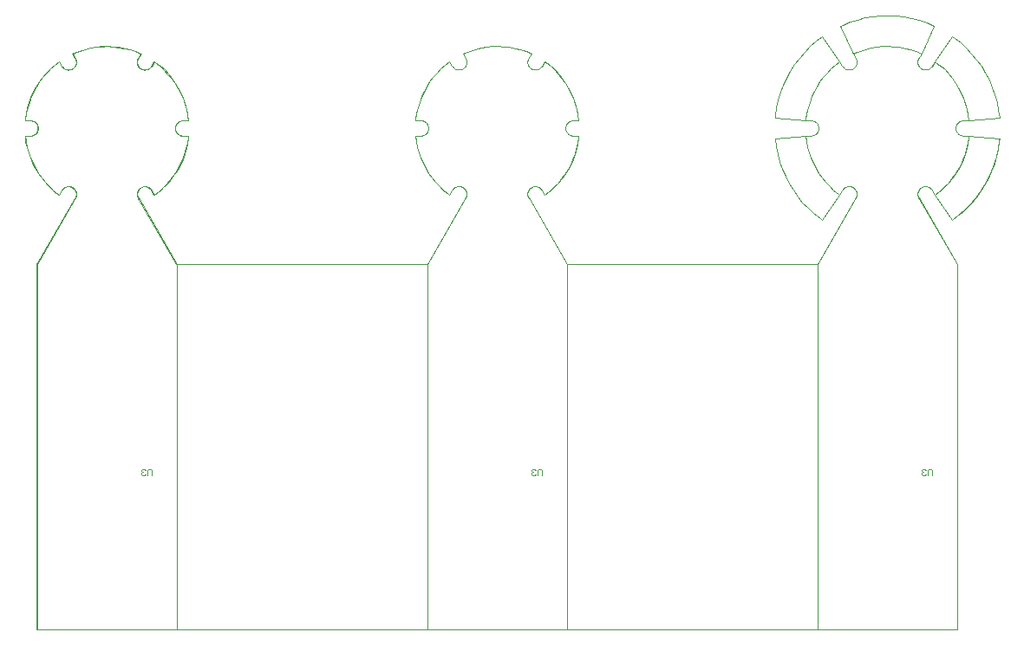
<source format=gm1>
%FSTAX23Y23*%
%MOIN*%
%SFA1B1*%

%IPPOS*%
%ADD10C,0.003937*%
%LNpcb4-1*%
%LPD*%
G54D10*
X07125Y06563D02*
D01*
X07097Y06575*
X07068Y06584*
X07039Y06592*
X07009Y06598*
X06979Y06601*
X06949Y06602*
X06919Y06602*
X06889Y06599*
X06859Y06594*
X0683Y06587*
X06801Y06578*
X06773Y06567*
X06764Y06563*
X06823Y05901D02*
D01*
X06824Y05902*
X06825Y05904*
X06826Y05906*
X06826Y05908*
X06827Y0591*
X06827Y05912*
X06827Y05914*
Y05916*
X06827Y05918*
X06827Y05921*
X06826Y05923*
X06826Y05925*
X06825Y05926*
X06824Y05928*
X06823Y0593*
X06822Y05932*
X06821Y05934*
X0682Y05935*
X06818Y05937*
X06817Y05938*
X06815Y05939*
X06813Y0594*
X06812Y05941*
X0681Y05942*
X06808Y05943*
X06806Y05944*
X06804Y05944*
X06802Y05945*
X068Y05945*
X06798Y05945*
X06796Y05945*
X06794Y05945*
X06792Y05944*
X0679Y05944*
X06788Y05943*
X06786Y05942*
X06784Y05941*
X06782Y0594*
X0678Y05939*
X06779Y05938*
X06777Y05937*
X06776Y05935*
X06774Y05934*
X06773Y05932*
X06772Y0593*
X06513Y06129D02*
D01*
X06517Y06099*
X06523Y06069*
X06531Y0604*
X06541Y06012*
X06553Y05984*
X06567Y05957*
X06583Y05931*
X066Y05906*
X06619Y05883*
X0664Y05861*
X06662Y05841*
X06686Y05822*
X06694Y05816*
X07195D02*
D01*
X07219Y05835*
X07242Y05855*
X07263Y05876*
X07283Y05899*
X07301Y05923*
X07317Y05949*
X07332Y05975*
X07344Y06003*
X07355Y06031*
X07363Y0606*
X0737Y0609*
X07375Y06119*
X07376Y06129*
X07238Y06199D02*
D01*
X07236Y06199*
X07234Y06199*
X07232Y06198*
X0723Y06198*
X07228Y06197*
X07226Y06196*
X07224Y06195*
X07222Y06194*
X0722Y06193*
X07219Y06192*
X07217Y06191*
X07216Y06189*
X07214Y06188*
X07213Y06186*
X07212Y06184*
X07211Y06182*
X0721Y0618*
X0721Y06179*
X07209Y06177*
X07209Y06175*
X07208Y06172*
X07208Y0617*
Y06168*
X07208Y06166*
X07209Y06164*
X07209Y06162*
X0721Y0616*
X0721Y06158*
X07211Y06156*
X07212Y06155*
X07213Y06153*
X07214Y06151*
X07216Y0615*
X07217Y06148*
X07219Y06147*
X0722Y06146*
X07222Y06144*
X07224Y06143*
X07226Y06142*
X07228Y06142*
X0723Y06141*
X07232Y06141*
X07234Y0614*
X07236Y0614*
X07238Y0614*
X07221Y05836D02*
D01*
X07243Y05856*
X07265Y05878*
X07284Y05901*
X07302Y05925*
X07318Y05951*
X07333Y05977*
X07345Y06005*
X07356Y06033*
X07364Y06062*
X0737Y06092*
X07375Y06122*
X07376Y06129*
X06694Y06523D02*
D01*
X0667Y06504*
X06647Y06484*
X06626Y06463*
X06606Y0644*
X06588Y06415*
X06572Y0639*
X06557Y06363*
X06545Y06336*
X06534Y06308*
X06525Y06279*
X06519Y06249*
X06514Y06219*
X06513Y0621*
X06651Y0614D02*
D01*
X06653Y0614*
X06655Y0614*
X06657Y06141*
X06659Y06141*
X06661Y06142*
X06663Y06142*
X06665Y06143*
X06667Y06144*
X06668Y06146*
X0667Y06147*
X06672Y06148*
X06673Y0615*
X06674Y06151*
X06676Y06153*
X06677Y06155*
X06678Y06156*
X06678Y06158*
X06679Y0616*
X0668Y06162*
X0668Y06164*
X0668Y06166*
X06681Y06168*
Y0617*
X0668Y06172*
X0668Y06175*
X0668Y06177*
X06679Y06179*
X06678Y0618*
X06678Y06182*
X06677Y06184*
X06676Y06186*
X06674Y06188*
X06673Y06189*
X06672Y06191*
X0667Y06192*
X06668Y06193*
X06667Y06194*
X06665Y06195*
X06663Y06196*
X06661Y06197*
X06659Y06198*
X06657Y06198*
X06655Y06199*
X06653Y06199*
X06651Y06199*
X06513Y06129D02*
D01*
X06517Y06099*
X06523Y06069*
X06531Y0604*
X06541Y06012*
X06553Y05984*
X06567Y05957*
X06583Y05931*
X066Y05906*
X06619Y05883*
X0664Y05861*
X06662Y05841*
X06668Y05836*
X06772Y06409D02*
D01*
X06773Y06407*
X06774Y06405*
X06776Y06404*
X06777Y06402*
X06779Y06401*
X0678Y064*
X06782Y06398*
X06784Y06397*
X06786Y06396*
X06788Y06396*
X0679Y06395*
X06792Y06395*
X06794Y06394*
X06796Y06394*
X06798Y06394*
X068Y06394*
X06802Y06394*
X06804Y06395*
X06806Y06395*
X06808Y06396*
X0681Y06396*
X06812Y06397*
X06813Y06398*
X06815Y064*
X06817Y06401*
X06818Y06402*
X0682Y06404*
X06821Y06405*
X06822Y06407*
X06823Y06409*
X06824Y0641*
X06825Y06412*
X06826Y06414*
X06826Y06416*
X06827Y06418*
X06827Y0642*
X06827Y06422*
Y06424*
X06827Y06427*
X06827Y06429*
X06826Y06431*
X06826Y06433*
X06825Y06434*
X06824Y06436*
X06823Y06438*
X07376Y0621D02*
D01*
X07372Y0624*
X07366Y0627*
X07358Y06299*
X07348Y06327*
X07336Y06355*
X07322Y06382*
X07306Y06408*
X07289Y06432*
X07269Y06456*
X07249Y06478*
X07226Y06498*
X07203Y06517*
X07195Y06523*
X07065Y06438D02*
D01*
X07064Y06436*
X07064Y06434*
X07063Y06433*
X07062Y06431*
X07062Y06429*
X07062Y06427*
X07062Y06424*
Y06422*
X07062Y0642*
X07062Y06418*
X07062Y06416*
X07063Y06414*
X07064Y06412*
X07064Y0641*
X07065Y06409*
X07067Y06407*
X07068Y06405*
X07069Y06404*
X07071Y06402*
X07072Y06401*
X07074Y064*
X07075Y06398*
X07077Y06397*
X07079Y06396*
X07081Y06396*
X07083Y06395*
X07085Y06395*
X07087Y06394*
X07089Y06394*
X07091Y06394*
X07093Y06394*
X07095Y06394*
X07097Y06395*
X07099Y06395*
X07101Y06396*
X07103Y06396*
X07105Y06397*
X07107Y06398*
X07108Y064*
X0711Y06401*
X07112Y06402*
X07113Y06404*
X07114Y06405*
X07116Y06407*
X07117Y06409*
Y0593D02*
D01*
X07116Y05932*
X07114Y05934*
X07113Y05935*
X07112Y05937*
X0711Y05938*
X07108Y05939*
X07107Y0594*
X07105Y05941*
X07103Y05942*
X07101Y05943*
X07099Y05944*
X07097Y05944*
X07095Y05945*
X07093Y05945*
X07091Y05945*
X07089Y05945*
X07087Y05945*
X07085Y05944*
X07083Y05944*
X07081Y05943*
X07079Y05942*
X07077Y05941*
X07075Y0594*
X07074Y05939*
X07072Y05938*
X07071Y05937*
X07069Y05935*
X07068Y05934*
X07067Y05932*
X07065Y0593*
X07064Y05928*
X07064Y05926*
X07063Y05925*
X07062Y05923*
X07062Y05921*
X07062Y05918*
X07062Y05916*
Y05914*
X07062Y05912*
X07062Y0591*
X07062Y05908*
X07063Y05906*
X07064Y05904*
X07064Y05902*
X07065Y05901*
X05617Y0593D02*
D01*
X05616Y05932*
X05615Y05933*
X05613Y05935*
X05612Y05937*
X0561Y05938*
X05609Y05939*
X05607Y0594*
X05605Y05941*
X05603Y05942*
X05601Y05943*
X05599Y05944*
X05597Y05944*
X05595Y05945*
X05593Y05945*
X05591Y05945*
X05589Y05945*
X05587Y05945*
X05585Y05944*
X05583Y05944*
X05581Y05943*
X05579Y05942*
X05577Y05941*
X05576Y0594*
X05574Y05939*
X05572Y05938*
X05571Y05937*
X05569Y05935*
X05568Y05933*
X05567Y05932*
X05566Y0593*
X05565Y05928*
X05564Y05926*
X05563Y05924*
X05563Y05922*
X05562Y0592*
X05562Y05918*
X05562Y05916*
Y05914*
X05562Y05912*
X05562Y0591*
X05563Y05908*
X05563Y05906*
X05564Y05904*
X05565Y05902*
X05566Y05901*
Y06438D02*
D01*
X05565Y06436*
X05564Y06434*
X05563Y06432*
X05563Y0643*
X05562Y06428*
X05562Y06426*
X05562Y06424*
Y06422*
X05562Y0642*
X05562Y06418*
X05563Y06416*
X05563Y06414*
X05564Y06412*
X05565Y0641*
X05566Y06409*
X05567Y06407*
X05568Y06405*
X05569Y06404*
X05571Y06402*
X05572Y06401*
X05574Y06399*
X05576Y06398*
X05577Y06397*
X05579Y06396*
X05581Y06396*
X05583Y06395*
X05585Y06394*
X05587Y06394*
X05589Y06394*
X05591Y06394*
X05593Y06394*
X05595Y06394*
X05597Y06394*
X05599Y06395*
X05601Y06396*
X05603Y06396*
X05605Y06397*
X05607Y06398*
X05609Y06399*
X0561Y06401*
X05612Y06402*
X05613Y06404*
X05615Y06405*
X05616Y06407*
X05617Y06409*
X05758Y06199D02*
D01*
X05755Y06221*
X05751Y06242*
X05745Y06263*
X05738Y06284*
X05729Y06304*
X05719Y06324*
X05708Y06343*
X05695Y0636*
X05681Y06377*
X05666Y06393*
X0565Y06408*
X05633Y06422*
X05627Y06426*
X05576Y06456D02*
D01*
X05556Y06464*
X05535Y06471*
X05513Y06477*
X05492Y06481*
X0547Y06483*
X05448Y06484*
X05426Y06484*
X05404Y06482*
X05383Y06478*
X05361Y06473*
X0534Y06466*
X0532Y06458*
X05313Y06456*
X05272Y06409D02*
D01*
X05274Y06407*
X05275Y06405*
X05276Y06404*
X05278Y06402*
X05279Y06401*
X05281Y06399*
X05282Y06398*
X05284Y06397*
X05286Y06396*
X05288Y06396*
X0529Y06395*
X05292Y06394*
X05294Y06394*
X05296Y06394*
X05298Y06394*
X053Y06394*
X05302Y06394*
X05304Y06394*
X05306Y06395*
X05308Y06396*
X0531Y06396*
X05312Y06397*
X05314Y06398*
X05315Y06399*
X05317Y06401*
X05319Y06402*
X0532Y06404*
X05321Y06405*
X05323Y06407*
X05324Y06409*
X05325Y0641*
X05325Y06412*
X05326Y06414*
X05327Y06416*
X05327Y06418*
X05327Y0642*
X05328Y06422*
Y06424*
X05327Y06426*
X05327Y06428*
X05327Y0643*
X05326Y06432*
X05325Y06434*
X05325Y06436*
X05324Y06438*
X05131Y0614D02*
D01*
X05134Y06118*
X05138Y06096*
X05144Y06075*
X05151Y06054*
X0516Y06034*
X0517Y06015*
X05182Y05996*
X05194Y05978*
X05208Y05961*
X05223Y05945*
X0524Y0593*
X05244Y05927*
X05151Y0614D02*
D01*
X05153Y0614*
X05155Y0614*
X05158Y0614*
X0516Y06141*
X05161Y06142*
X05163Y06142*
X05165Y06143*
X05167Y06144*
X05169Y06145*
X0517Y06147*
X05172Y06148*
X05173Y0615*
X05175Y06151*
X05176Y06153*
X05177Y06155*
X05178Y06156*
X05179Y06158*
X05179Y0616*
X0518Y06162*
X0518Y06164*
X05181Y06166*
X05181Y06168*
Y0617*
X05181Y06172*
X0518Y06174*
X0518Y06176*
X05179Y06178*
X05179Y0618*
X05178Y06182*
X05177Y06184*
X05176Y06186*
X05175Y06187*
X05173Y06189*
X05172Y06191*
X0517Y06192*
X05169Y06193*
X05167Y06194*
X05165Y06195*
X05163Y06196*
X05161Y06197*
X0516Y06198*
X05158Y06198*
X05155Y06199*
X05153Y06199*
X05151Y06199*
X05262Y06426D02*
D01*
X05245Y06413*
X05228Y06398*
X05213Y06383*
X05199Y06366*
X05185Y06348*
X05174Y0633*
X05163Y0631*
X05154Y0629*
X05146Y0627*
X0514Y06249*
X05135Y06227*
X05132Y06206*
X05131Y06199*
X05646Y05927D02*
D01*
X05662Y05942*
X05678Y05957*
X05692Y05974*
X05705Y05992*
X05717Y0601*
X05727Y0603*
X05736Y0605*
X05744Y0607*
X0575Y06091*
X05755Y06113*
X05758Y06135*
X05758Y0614*
X05738Y06199D02*
D01*
X05736Y06199*
X05734Y06199*
X05732Y06198*
X0573Y06198*
X05728Y06197*
X05726Y06196*
X05724Y06195*
X05722Y06194*
X05721Y06193*
X05719Y06192*
X05717Y06191*
X05716Y06189*
X05715Y06187*
X05714Y06186*
X05712Y06184*
X05711Y06182*
X05711Y0618*
X0571Y06178*
X05709Y06176*
X05709Y06174*
X05709Y06172*
X05708Y0617*
Y06168*
X05709Y06166*
X05709Y06164*
X05709Y06162*
X0571Y0616*
X05711Y06158*
X05711Y06156*
X05712Y06155*
X05714Y06153*
X05715Y06151*
X05716Y0615*
X05717Y06148*
X05719Y06147*
X05721Y06145*
X05722Y06144*
X05724Y06143*
X05726Y06142*
X05728Y06142*
X0573Y06141*
X05732Y0614*
X05734Y0614*
X05736Y0614*
X05738Y0614*
X05627Y05912D02*
D01*
X05645Y05926*
X05661Y0594*
X05676Y05956*
X05691Y05973*
X05704Y0599*
X05716Y06009*
X05726Y06028*
X05735Y06048*
X05743Y06069*
X05749Y0609*
X05754Y06111*
X05758Y06133*
X05758Y0614*
X05131D02*
D01*
X05134Y06118*
X05138Y06096*
X05144Y06075*
X05151Y06054*
X0516Y06034*
X0517Y06015*
X05182Y05996*
X05194Y05978*
X05208Y05961*
X05223Y05945*
X0524Y0593*
X05257Y05916*
X05262Y05912*
X05324Y05901D02*
D01*
X05325Y05902*
X05325Y05904*
X05326Y05906*
X05327Y05908*
X05327Y0591*
X05327Y05912*
X05328Y05914*
Y05916*
X05327Y05918*
X05327Y0592*
X05327Y05922*
X05326Y05924*
X05325Y05926*
X05325Y05928*
X05324Y0593*
X05323Y05932*
X05321Y05933*
X0532Y05935*
X05319Y05937*
X05317Y05938*
X05315Y05939*
X05314Y0594*
X05312Y05941*
X0531Y05942*
X05308Y05943*
X05306Y05944*
X05304Y05944*
X05302Y05945*
X053Y05945*
X05298Y05945*
X05296Y05945*
X05294Y05945*
X05292Y05944*
X0529Y05944*
X05288Y05943*
X05286Y05942*
X05284Y05941*
X05282Y0594*
X05281Y05939*
X05279Y05938*
X05278Y05937*
X05276Y05935*
X05275Y05933*
X05274Y05932*
X05272Y0593*
X07117Y0593D02*
D01*
X07116Y05932*
X07114Y05934*
X07113Y05935*
X07112Y05937*
X0711Y05938*
X07108Y05939*
X07107Y0594*
X07105Y05941*
X07103Y05942*
X07101Y05943*
X07099Y05944*
X07097Y05944*
X07095Y05945*
X07093Y05945*
X07091Y05945*
X07089Y05945*
X07087Y05945*
X07085Y05944*
X07083Y05944*
X07081Y05943*
X07079Y05942*
X07077Y05941*
X07075Y0594*
X07074Y05939*
X07072Y05938*
X07071Y05937*
X07069Y05935*
X07068Y05934*
X07067Y05932*
X07065Y0593*
X07064Y05928*
X07064Y05926*
X07063Y05925*
X07062Y05923*
X07062Y05921*
X07062Y05918*
X07062Y05916*
Y05914*
X07062Y05912*
X07062Y0591*
X07062Y05908*
X07063Y05906*
X07064Y05904*
X07064Y05902*
X07065Y05901*
Y06438D02*
D01*
X07064Y06436*
X07064Y06434*
X07063Y06433*
X07062Y06431*
X07062Y06429*
X07062Y06427*
X07062Y06424*
Y06422*
X07062Y0642*
X07062Y06418*
X07062Y06416*
X07063Y06414*
X07064Y06412*
X07064Y0641*
X07065Y06409*
X07067Y06407*
X07068Y06405*
X07069Y06404*
X07071Y06402*
X07072Y06401*
X07074Y064*
X07075Y06398*
X07077Y06397*
X07079Y06396*
X07081Y06396*
X07083Y06395*
X07085Y06395*
X07087Y06394*
X07089Y06394*
X07091Y06394*
X07093Y06394*
X07095Y06394*
X07097Y06395*
X07099Y06395*
X07101Y06396*
X07103Y06396*
X07105Y06397*
X07107Y06398*
X07108Y064*
X0711Y06401*
X07112Y06402*
X07113Y06404*
X07114Y06405*
X07116Y06407*
X07117Y06409*
X07117*
X07258Y06199D02*
D01*
X07255Y06221*
X07251Y06242*
X07245Y06263*
X07238Y06284*
X07229Y06304*
X07219Y06324*
X07207Y06343*
X07195Y06361*
X07181Y06378*
X07166Y06394*
X07149Y06408*
X07132Y06422*
X07127Y06426*
X07076Y06456D02*
D01*
X07055Y06464*
X07034Y06471*
X07013Y06477*
X06992Y06481*
X0697Y06483*
X06948Y06484*
X06926Y06484*
X06904Y06482*
X06882Y06478*
X06861Y06473*
X0684Y06467*
X06819Y06459*
X06813Y06456*
X06772Y06409D02*
D01*
X06773Y06407*
X06774Y06405*
X06776Y06404*
X06777Y06402*
X06779Y06401*
X0678Y064*
X06782Y06398*
X06784Y06397*
X06786Y06396*
X06788Y06396*
X0679Y06395*
X06792Y06395*
X06794Y06394*
X06796Y06394*
X06798Y06394*
X068Y06394*
X06802Y06394*
X06804Y06395*
X06806Y06395*
X06808Y06396*
X0681Y06396*
X06812Y06397*
X06813Y06398*
X06815Y064*
X06817Y06401*
X06818Y06402*
X0682Y06404*
X06821Y06405*
X06822Y06407*
X06823Y06409*
X06824Y0641*
X06825Y06412*
X06826Y06414*
X06826Y06416*
X06827Y06418*
X06827Y0642*
X06827Y06422*
Y06424*
X06827Y06427*
X06827Y06429*
X06826Y06431*
X06826Y06433*
X06825Y06434*
X06824Y06436*
X06823Y06438*
X06631Y0614D02*
D01*
X06634Y06118*
X06638Y06097*
X06644Y06075*
X06651Y06055*
X0666Y06034*
X0667Y06015*
X06681Y05996*
X06694Y05978*
X06708Y05961*
X06723Y05945*
X06739Y0593*
X06743Y05927*
X06651Y0614D02*
D01*
X06653Y0614*
X06655Y0614*
X06657Y06141*
X06659Y06141*
X06661Y06142*
X06663Y06142*
X06665Y06143*
X06667Y06144*
X06668Y06146*
X0667Y06147*
X06672Y06148*
X06673Y0615*
X06674Y06151*
X06676Y06153*
X06677Y06155*
X06678Y06156*
X06678Y06158*
X06679Y0616*
X0668Y06162*
X0668Y06164*
X0668Y06166*
X06681Y06168*
Y0617*
X0668Y06172*
X0668Y06175*
X0668Y06177*
X06679Y06179*
X06678Y0618*
X06678Y06182*
X06677Y06184*
X06676Y06186*
X06674Y06188*
X06673Y06189*
X06672Y06191*
X0667Y06192*
X06668Y06193*
X06667Y06194*
X06665Y06195*
X06663Y06196*
X06661Y06197*
X06659Y06198*
X06657Y06198*
X06655Y06199*
X06653Y06199*
X06651Y06199*
X06762Y06426D02*
D01*
X06745Y06413*
X06728Y06398*
X06713Y06383*
X06698Y06366*
X06685Y06348*
X06673Y0633*
X06663Y06311*
X06654Y06291*
X06646Y0627*
X0664Y06249*
X06635Y06227*
X06632Y06206*
X06631Y06199*
X07145Y05927D02*
D01*
X07162Y05942*
X07177Y05957*
X07191Y05974*
X07205Y05992*
X07216Y0601*
X07227Y0603*
X07236Y0605*
X07243Y0607*
X0725Y06092*
X07254Y06113*
X07257Y06135*
X07258Y0614*
X07238Y06199D02*
D01*
X07236Y06199*
X07234Y06199*
X07232Y06198*
X0723Y06198*
X07228Y06197*
X07226Y06196*
X07224Y06195*
X07222Y06194*
X0722Y06193*
X07219Y06192*
X07217Y06191*
X07216Y06189*
X07214Y06188*
X07213Y06186*
X07212Y06184*
X07211Y06182*
X0721Y0618*
X0721Y06179*
X07209Y06177*
X07209Y06175*
X07208Y06172*
X07208Y0617*
Y06168*
X07208Y06166*
X07209Y06164*
X07209Y06162*
X0721Y0616*
X0721Y06158*
X07211Y06156*
X07212Y06155*
X07213Y06153*
X07214Y06151*
X07216Y0615*
X07217Y06148*
X07219Y06147*
X0722Y06146*
X07222Y06144*
X07224Y06143*
X07226Y06142*
X07228Y06142*
X0723Y06141*
X07232Y06141*
X07234Y0614*
X07236Y0614*
X07238Y0614*
X07127Y05913D02*
D01*
X07144Y05926*
X07161Y0594*
X07176Y05956*
X0719Y05973*
X07204Y0599*
X07215Y06009*
X07226Y06028*
X07235Y06048*
X07243Y06069*
X07249Y0609*
X07254Y06111*
X07257Y06133*
X07258Y0614*
X06631D02*
D01*
X06634Y06118*
X06638Y06097*
X06644Y06075*
X06651Y06055*
X0666Y06034*
X0667Y06015*
X06681Y05996*
X06694Y05978*
X06708Y05961*
X06723Y05945*
X06739Y0593*
X06757Y05917*
X06762Y05913*
X06823Y05901D02*
D01*
X06824Y05902*
X06825Y05904*
X06826Y05906*
X06826Y05908*
X06827Y0591*
X06827Y05912*
X06827Y05914*
Y05916*
X06827Y05918*
X06827Y05921*
X06826Y05923*
X06826Y05925*
X06825Y05926*
X06824Y05928*
X06823Y0593*
X06822Y05932*
X06821Y05934*
X0682Y05935*
X06818Y05937*
X06817Y05938*
X06815Y05939*
X06813Y0594*
X06812Y05941*
X0681Y05942*
X06808Y05943*
X06806Y05944*
X06804Y05944*
X06802Y05945*
X068Y05945*
X06798Y05945*
X06796Y05945*
X06794Y05945*
X06792Y05944*
X0679Y05944*
X06788Y05943*
X06786Y05942*
X06784Y05941*
X06782Y0594*
X0678Y05939*
X06779Y05938*
X06777Y05937*
X06776Y05935*
X06774Y05934*
X06773Y05932*
X06772Y0593*
X06772*
X05617Y0593D02*
D01*
X05616Y05932*
X05615Y05933*
X05613Y05935*
X05612Y05937*
X0561Y05938*
X05609Y05939*
X05607Y0594*
X05605Y05941*
X05603Y05942*
X05601Y05943*
X05599Y05944*
X05597Y05944*
X05595Y05945*
X05593Y05945*
X05591Y05945*
X05589Y05945*
X05587Y05945*
X05585Y05944*
X05583Y05944*
X05581Y05943*
X05579Y05942*
X05577Y05941*
X05576Y0594*
X05574Y05939*
X05572Y05938*
X05571Y05937*
X05569Y05935*
X05568Y05933*
X05567Y05932*
X05566Y0593*
X05565Y05928*
X05564Y05926*
X05563Y05924*
X05563Y05922*
X05562Y0592*
X05562Y05918*
X05562Y05916*
Y05914*
X05562Y05912*
X05562Y0591*
X05563Y05908*
X05563Y05906*
X05564Y05904*
X05565Y05902*
X05566Y05901*
Y06438D02*
D01*
X05565Y06436*
X05564Y06434*
X05563Y06432*
X05563Y0643*
X05562Y06428*
X05562Y06426*
X05562Y06424*
Y06422*
X05562Y0642*
X05562Y06418*
X05563Y06416*
X05563Y06414*
X05564Y06412*
X05565Y0641*
X05566Y06409*
X05567Y06407*
X05568Y06405*
X05569Y06404*
X05571Y06402*
X05572Y06401*
X05574Y06399*
X05576Y06398*
X05577Y06397*
X05579Y06396*
X05581Y06396*
X05583Y06395*
X05585Y06394*
X05587Y06394*
X05589Y06394*
X05591Y06394*
X05593Y06394*
X05595Y06394*
X05597Y06394*
X05599Y06395*
X05601Y06396*
X05603Y06396*
X05605Y06397*
X05607Y06398*
X05609Y06399*
X0561Y06401*
X05612Y06402*
X05613Y06404*
X05615Y06405*
X05616Y06407*
X05617Y06409*
X05758Y06199D02*
D01*
X05755Y06221*
X05751Y06242*
X05745Y06263*
X05738Y06284*
X05729Y06304*
X05719Y06324*
X05708Y06343*
X05695Y0636*
X05681Y06377*
X05666Y06393*
X0565Y06408*
X05633Y06422*
X05627Y06426*
X05576Y06456D02*
D01*
X05556Y06464*
X05535Y06471*
X05513Y06477*
X05492Y06481*
X0547Y06483*
X05448Y06484*
X05426Y06484*
X05404Y06482*
X05383Y06478*
X05361Y06473*
X0534Y06466*
X0532Y06458*
X05313Y06456*
X05272Y06409D02*
D01*
X05274Y06407*
X05275Y06405*
X05276Y06404*
X05278Y06402*
X05279Y06401*
X05281Y06399*
X05282Y06398*
X05284Y06397*
X05286Y06396*
X05288Y06396*
X0529Y06395*
X05292Y06394*
X05294Y06394*
X05296Y06394*
X05298Y06394*
X053Y06394*
X05302Y06394*
X05304Y06394*
X05306Y06395*
X05308Y06396*
X0531Y06396*
X05312Y06397*
X05314Y06398*
X05315Y06399*
X05317Y06401*
X05319Y06402*
X0532Y06404*
X05321Y06405*
X05323Y06407*
X05324Y06409*
X05325Y0641*
X05325Y06412*
X05326Y06414*
X05327Y06416*
X05327Y06418*
X05327Y0642*
X05328Y06422*
Y06424*
X05327Y06426*
X05327Y06428*
X05327Y0643*
X05326Y06432*
X05325Y06434*
X05325Y06436*
X05324Y06438*
X05131Y0614D02*
D01*
X05134Y06118*
X05138Y06096*
X05144Y06075*
X05151Y06054*
X0516Y06034*
X0517Y06015*
X05182Y05996*
X05194Y05978*
X05208Y05961*
X05223Y05945*
X0524Y0593*
X05244Y05927*
X05151Y0614D02*
D01*
X05153Y0614*
X05155Y0614*
X05158Y0614*
X0516Y06141*
X05161Y06142*
X05163Y06142*
X05165Y06143*
X05167Y06144*
X05169Y06145*
X0517Y06147*
X05172Y06148*
X05173Y0615*
X05175Y06151*
X05176Y06153*
X05177Y06155*
X05178Y06156*
X05179Y06158*
X05179Y0616*
X0518Y06162*
X0518Y06164*
X05181Y06166*
X05181Y06168*
Y0617*
X05181Y06172*
X0518Y06174*
X0518Y06176*
X05179Y06178*
X05179Y0618*
X05178Y06182*
X05177Y06184*
X05176Y06186*
X05175Y06187*
X05173Y06189*
X05172Y06191*
X0517Y06192*
X05169Y06193*
X05167Y06194*
X05165Y06195*
X05163Y06196*
X05161Y06197*
X0516Y06198*
X05158Y06198*
X05155Y06199*
X05153Y06199*
X05151Y06199*
X05262Y06426D02*
D01*
X05245Y06413*
X05228Y06398*
X05213Y06383*
X05199Y06366*
X05185Y06348*
X05174Y0633*
X05163Y0631*
X05154Y0629*
X05146Y0627*
X0514Y06249*
X05135Y06227*
X05132Y06206*
X05131Y06199*
X05646Y05927D02*
D01*
X05662Y05942*
X05678Y05957*
X05692Y05974*
X05705Y05992*
X05717Y0601*
X05727Y0603*
X05736Y0605*
X05744Y0607*
X0575Y06091*
X05755Y06113*
X05758Y06135*
X05758Y0614*
X05738Y06199D02*
D01*
X05736Y06199*
X05734Y06199*
X05732Y06198*
X0573Y06198*
X05728Y06197*
X05726Y06196*
X05724Y06195*
X05722Y06194*
X05721Y06193*
X05719Y06192*
X05717Y06191*
X05716Y06189*
X05715Y06187*
X05714Y06186*
X05712Y06184*
X05711Y06182*
X05711Y0618*
X0571Y06178*
X05709Y06176*
X05709Y06174*
X05709Y06172*
X05708Y0617*
Y06168*
X05709Y06166*
X05709Y06164*
X05709Y06162*
X0571Y0616*
X05711Y06158*
X05711Y06156*
X05712Y06155*
X05714Y06153*
X05715Y06151*
X05716Y0615*
X05717Y06148*
X05719Y06147*
X05721Y06145*
X05722Y06144*
X05724Y06143*
X05726Y06142*
X05728Y06142*
X0573Y06141*
X05732Y0614*
X05734Y0614*
X05736Y0614*
X05738Y0614*
X05627Y05912D02*
D01*
X05645Y05926*
X05661Y0594*
X05676Y05956*
X05691Y05973*
X05704Y0599*
X05716Y06009*
X05726Y06028*
X05735Y06048*
X05743Y06069*
X05749Y0609*
X05754Y06111*
X05758Y06133*
X05758Y0614*
X05131D02*
D01*
X05134Y06118*
X05138Y06096*
X05144Y06075*
X05151Y06054*
X0516Y06034*
X0517Y06015*
X05182Y05996*
X05194Y05978*
X05208Y05961*
X05223Y05945*
X0524Y0593*
X05257Y05916*
X05262Y05912*
X05324Y05901D02*
D01*
X05325Y05902*
X05325Y05904*
X05326Y05906*
X05327Y05908*
X05327Y0591*
X05327Y05912*
X05328Y05914*
Y05916*
X05327Y05918*
X05327Y0592*
X05327Y05922*
X05326Y05924*
X05325Y05926*
X05325Y05928*
X05324Y0593*
X05323Y05932*
X05321Y05933*
X0532Y05935*
X05319Y05937*
X05317Y05938*
X05315Y05939*
X05314Y0594*
X05312Y05941*
X0531Y05942*
X05308Y05943*
X05306Y05944*
X05304Y05944*
X05302Y05945*
X053Y05945*
X05298Y05945*
X05296Y05945*
X05294Y05945*
X05292Y05944*
X0529Y05944*
X05288Y05943*
X05286Y05942*
X05284Y05941*
X05282Y0594*
X05281Y05939*
X05279Y05938*
X05278Y05937*
X05276Y05935*
X05275Y05933*
X05274Y05932*
X05272Y0593*
X03822Y059D02*
D01*
X03823Y05902*
X03824Y05904*
X03825Y05906*
X03825Y05908*
X03826Y0591*
X03826Y05912*
X03826Y05914*
Y05916*
X03826Y05918*
X03826Y0592*
X03825Y05922*
X03825Y05924*
X03824Y05926*
X03823Y05928*
X03822Y0593*
X03821Y05931*
X0382Y05933*
X03818Y05935*
X03817Y05936*
X03815Y05937*
X03814Y05939*
X03812Y0594*
X0381Y05941*
X03808Y05942*
X03807Y05943*
X03805Y05943*
X03803Y05944*
X03801Y05944*
X03799Y05944*
X03796Y05944*
X03794Y05944*
X03792Y05944*
X0379Y05944*
X03788Y05943*
X03786Y05943*
X03784Y05942*
X03783Y05941*
X03781Y0594*
X03779Y05939*
X03777Y05937*
X03776Y05936*
X03775Y05935*
X03773Y05933*
X03772Y05931*
X03771Y0593*
X0363Y06139D02*
D01*
X03632Y06117*
X03637Y06096*
X03643Y06075*
X0365Y06054*
X03659Y06034*
X03669Y06014*
X0368Y05996*
X03693Y05978*
X03707Y05961*
X03722Y05945*
X03738Y0593*
X03755Y05916*
X03761Y05912*
X04125D02*
D01*
X04143Y05925*
X04159Y0594*
X04175Y05956*
X04189Y05972*
X04202Y0599*
X04214Y06008*
X04225Y06028*
X04234Y06048*
X04242Y06068*
X04248Y06089*
X04253Y06111*
X04256Y06133*
X04257Y06139*
X04236Y06198D02*
D01*
X04234Y06198*
X04232Y06198*
X0423Y06198*
X04228Y06197*
X04226Y06197*
X04224Y06196*
X04223Y06195*
X04221Y06194*
X04219Y06193*
X04217Y06191*
X04216Y0619*
X04214Y06189*
X04213Y06187*
X04212Y06185*
X04211Y06184*
X0421Y06182*
X04209Y0618*
X04208Y06178*
X04208Y06176*
X04207Y06174*
X04207Y06172*
X04207Y0617*
Y06168*
X04207Y06166*
X04207Y06164*
X04208Y06162*
X04208Y0616*
X04209Y06158*
X0421Y06156*
X04211Y06154*
X04212Y06152*
X04213Y06151*
X04214Y06149*
X04216Y06148*
X04217Y06146*
X04219Y06145*
X04221Y06144*
X04223Y06143*
X04224Y06142*
X04226Y06141*
X04228Y0614*
X0423Y0614*
X04232Y0614*
X04234Y06139*
X04236Y06139*
X04144Y05926D02*
D01*
X04161Y05941*
X04176Y05957*
X0419Y05974*
X04203Y05991*
X04215Y0601*
X04225Y06029*
X04234Y06049*
X04242Y0607*
X04248Y06091*
X04253Y06112*
X04256Y06134*
X04257Y06139*
X03761Y06426D02*
D01*
X03743Y06412*
X03727Y06398*
X03711Y06382*
X03697Y06365*
X03684Y06348*
X03672Y06329*
X03662Y0631*
X03652Y0629*
X03645Y06269*
X03638Y06248*
X03634Y06227*
X0363Y06205*
X0363Y06198*
X0365Y06139D02*
D01*
X03652Y06139*
X03654Y0614*
X03656Y0614*
X03658Y0614*
X0366Y06141*
X03662Y06142*
X03664Y06143*
X03665Y06144*
X03667Y06145*
X03669Y06146*
X0367Y06148*
X03672Y06149*
X03673Y06151*
X03674Y06152*
X03675Y06154*
X03676Y06156*
X03677Y06158*
X03678Y0616*
X03678Y06162*
X03679Y06164*
X03679Y06166*
X03679Y06168*
Y0617*
X03679Y06172*
X03679Y06174*
X03678Y06176*
X03678Y06178*
X03677Y0618*
X03676Y06182*
X03675Y06184*
X03674Y06185*
X03673Y06187*
X03672Y06189*
X0367Y0619*
X03669Y06191*
X03667Y06193*
X03665Y06194*
X03664Y06195*
X03662Y06196*
X0366Y06197*
X03658Y06197*
X03656Y06198*
X03654Y06198*
X03652Y06198*
X0365Y06198*
X0363Y06139D02*
D01*
X03632Y06117*
X03637Y06096*
X03643Y06075*
X0365Y06054*
X03659Y06034*
X03669Y06014*
X0368Y05996*
X03693Y05978*
X03707Y05961*
X03722Y05945*
X03738Y0593*
X03742Y05926*
X03771Y06408D02*
D01*
X03772Y06406*
X03773Y06405*
X03775Y06403*
X03776Y06402*
X03777Y064*
X03779Y06399*
X03781Y06398*
X03783Y06397*
X03784Y06396*
X03786Y06395*
X03788Y06394*
X0379Y06394*
X03792Y06394*
X03794Y06393*
X03796Y06393*
X03799Y06393*
X03801Y06394*
X03803Y06394*
X03805Y06394*
X03807Y06395*
X03808Y06396*
X0381Y06397*
X03812Y06398*
X03814Y06399*
X03815Y064*
X03817Y06402*
X03818Y06403*
X0382Y06405*
X03821Y06406*
X03822Y06408*
X03823Y0641*
X03824Y06412*
X03825Y06414*
X03825Y06416*
X03826Y06418*
X03826Y0642*
X03826Y06422*
Y06424*
X03826Y06426*
X03826Y06428*
X03825Y0643*
X03825Y06432*
X03824Y06434*
X03823Y06436*
X03822Y06438*
X04074Y06455D02*
D01*
X04054Y06464*
X04033Y06471*
X04012Y06476*
X0399Y0648*
X03968Y06483*
X03947Y06484*
X03925Y06483*
X03903Y06481*
X03881Y06478*
X0386Y06473*
X03839Y06466*
X03818Y06458*
X03812Y06455*
X04257Y06198D02*
D01*
X04254Y0622*
X0425Y06242*
X04244Y06263*
X04236Y06284*
X04228Y06304*
X04218Y06323*
X04206Y06342*
X04193Y0636*
X04179Y06377*
X04164Y06393*
X04148Y06408*
X04131Y06422*
X04125Y06426*
X04064Y06438D02*
D01*
X04063Y06436*
X04062Y06434*
X04062Y06432*
X04061Y0643*
X04061Y06428*
X0406Y06426*
X0406Y06424*
Y06422*
X0406Y0642*
X04061Y06418*
X04061Y06416*
X04062Y06414*
X04062Y06412*
X04063Y0641*
X04064Y06408*
X04065Y06406*
X04067Y06405*
X04068Y06403*
X04069Y06402*
X04071Y064*
X04072Y06399*
X04074Y06398*
X04076Y06397*
X04078Y06396*
X0408Y06395*
X04082Y06394*
X04084Y06394*
X04086Y06394*
X04088Y06393*
X0409Y06393*
X04092Y06393*
X04094Y06394*
X04096Y06394*
X04098Y06394*
X041Y06395*
X04102Y06396*
X04104Y06397*
X04105Y06398*
X04107Y06399*
X04109Y064*
X0411Y06402*
X04112Y06403*
X04113Y06405*
X04114Y06406*
X04115Y06408*
Y0593D02*
D01*
X04114Y05931*
X04113Y05933*
X04112Y05935*
X0411Y05936*
X04109Y05937*
X04107Y05939*
X04105Y0594*
X04104Y05941*
X04102Y05942*
X041Y05943*
X04098Y05943*
X04096Y05944*
X04094Y05944*
X04092Y05944*
X0409Y05944*
X04088Y05944*
X04086Y05944*
X04084Y05944*
X04082Y05943*
X0408Y05943*
X04078Y05942*
X04076Y05941*
X04074Y0594*
X04072Y05939*
X04071Y05937*
X04069Y05936*
X04068Y05935*
X04067Y05933*
X04065Y05931*
X04064Y0593*
X04063Y05928*
X04062Y05926*
X04062Y05924*
X04061Y05922*
X04061Y0592*
X0406Y05918*
X0406Y05916*
Y05914*
X0406Y05912*
X04061Y0591*
X04061Y05908*
X04062Y05906*
X04062Y05904*
X04063Y05902*
X04064Y059*
X05713Y05645D02*
X06677D01*
X05713Y0424D02*
X06677D01*
X04212Y0424D02*
X05176D01*
X04212Y05645D02*
X05176D01*
X06694Y05816D02*
X06762Y05913D01*
X07127D02*
X07195Y05816D01*
X07258Y0614D02*
X07376Y06129D01*
X07258Y06199D02*
X07376Y0621D01*
X07127Y06426D02*
X07195Y06523D01*
X07076Y06456D02*
X07125Y06563D01*
X06764D02*
X06813Y06456D01*
X06694Y06523D02*
X06762Y06426D01*
X06513Y0621D02*
X06631Y06199D01*
X06513Y06129D02*
X06631Y0614D01*
X06762Y05913D02*
X06772Y0593D01*
X07238Y0614D02*
X07258D01*
X06631D02*
X06651D01*
X07238Y06199D02*
X07258D01*
X07238Y0614D02*
X07258D01*
X06631Y06199D02*
X06651D01*
X06631Y0614D02*
X06651D01*
X06762Y06426D02*
X06772Y06409D01*
X06813Y06456D02*
X06823Y06438D01*
X07115Y06407D02*
X07127Y06426D01*
X07065Y06437D02*
X07076Y06456D01*
X07117Y0593D02*
X07127Y05913D01*
X05617Y0593D02*
X05627Y05912D01*
X05565Y06437D02*
X05576Y06456D01*
X05616Y06406D02*
X05627Y06426D01*
X05313Y06456D02*
X05324Y06438D01*
X05262Y06426D02*
X05272Y06409D01*
X05131Y0614D02*
X05151D01*
X05131Y06199D02*
X05151D01*
X05738Y0614D02*
X05758D01*
X05738Y06199D02*
X05758D01*
X05131Y0614D02*
X05151D01*
X05738D02*
X05758D01*
X05262Y05912D02*
X05272Y0593D01*
X06676Y0424D02*
X07213D01*
Y05645D02*
Y0424D01*
X07065Y05901D02*
X07213Y05645D01*
X07117Y0593D02*
X07127Y05913D01*
X07065Y06437D02*
X07076Y06456D01*
X07115Y06407D02*
X07127Y06426D01*
X06813Y06456D02*
X06823Y06438D01*
X06762Y06426D02*
X06772Y06409D01*
X06631Y0614D02*
X06651D01*
X06631Y06199D02*
X06651D01*
X07238Y0614D02*
X07258D01*
X07238Y06199D02*
X07258D01*
X06631Y0614D02*
X06651D01*
X07238D02*
X07258D01*
X06762Y05913D02*
X06772Y0593D01*
X06676Y05645D02*
X06823Y05901D01*
X05176Y0424D02*
X05713D01*
X05566Y05901D02*
X05713Y05645D01*
X05617Y0593D02*
X05627Y05912D01*
X05565Y06437D02*
X05576Y06456D01*
X05616Y06406D02*
X05627Y06426D01*
X05313Y06456D02*
X05324Y06438D01*
X05262Y06426D02*
X05272Y06409D01*
X05131Y0614D02*
X05151D01*
X05131Y06199D02*
X05151D01*
X05738Y0614D02*
X05758D01*
X05738Y06199D02*
X05758D01*
X05131Y0614D02*
X05151D01*
X05738D02*
X05758D01*
X05262Y05912D02*
X05272Y0593D01*
X05176Y05645D02*
X05324Y05901D01*
X03675Y05645D02*
X03822Y059D01*
X03761Y05912D02*
X03771Y0593D01*
X04236Y06139D02*
X04257D01*
X0363D02*
X0365D01*
X04236Y06198D02*
X04257D01*
X04236Y06139D02*
X04257D01*
X0363Y06198D02*
X0365D01*
X0363Y06139D02*
X0365D01*
X03761Y06426D02*
X03771Y06408D01*
X03812Y06455D02*
X03822Y06438D01*
X04114Y06406D02*
X04125Y06426D01*
X04063Y06436D02*
X04074Y06455D01*
X03675Y05645D02*
Y0424D01*
X04115Y0593D02*
X04125Y05912D01*
X04064Y059D02*
X04212Y05645D01*
X03675Y0424D02*
X04212D01*
X04117Y0593D02*
D01*
X04116Y05932*
X04114Y05934*
X04113Y05935*
X04112Y05937*
X0411Y05938*
X04109Y05939*
X04107Y05941*
X04105Y05942*
X04103Y05942*
X04101Y05943*
X04099Y05944*
X04097Y05944*
X04095Y05945*
X04093Y05945*
X04091Y05945*
X04089Y05945*
X04087Y05945*
X04085Y05944*
X04083Y05944*
X04081Y05943*
X04079Y05942*
X04077Y05942*
X04076Y05941*
X04074Y05939*
X04072Y05938*
X04071Y05937*
X04069Y05935*
X04068Y05934*
X04067Y05932*
X04066Y0593*
X04065Y05928*
X04064Y05927*
X04063Y05925*
X04063Y05923*
X04062Y05921*
X04062Y05919*
X04062Y05917*
Y05914*
X04062Y05912*
X04062Y0591*
X04063Y05908*
X04063Y05906*
X04064Y05904*
X04065Y05903*
X04066Y05901*
Y06438D02*
D01*
X04065Y06436*
X04064Y06435*
X04063Y06433*
X04063Y06431*
X04062Y06429*
X04062Y06427*
X04062Y06425*
Y06422*
X04062Y0642*
X04062Y06418*
X04063Y06416*
X04063Y06414*
X04064Y06412*
X04065Y06411*
X04066Y06409*
X04067Y06407*
X04068Y06405*
X04069Y06404*
X04071Y06402*
X04072Y06401*
X04074Y064*
X04076Y06398*
X04077Y06397*
X04079Y06397*
X04081Y06396*
X04083Y06395*
X04085Y06395*
X04087Y06394*
X04089Y06394*
X04091Y06394*
X04093Y06394*
X04095Y06394*
X04097Y06395*
X04099Y06395*
X04101Y06396*
X04103Y06397*
X04105Y06397*
X04107Y06398*
X04109Y064*
X0411Y06401*
X04112Y06402*
X04113Y06404*
X04114Y06405*
X04116Y06407*
X04117Y06409*
X04258Y06199D02*
D01*
X04255Y06221*
X04251Y06242*
X04245Y06264*
X04238Y06284*
X04229Y06304*
X04219Y06324*
X04208Y06343*
X04195Y06361*
X04181Y06378*
X04166Y06394*
X0415Y06409*
X04132Y06422*
X04127Y06426*
X04076Y06456D02*
D01*
X04055Y06464*
X04035Y06471*
X04013Y06477*
X03992Y06481*
X0397Y06483*
X03948Y06484*
X03926Y06484*
X03904Y06482*
X03882Y06478*
X03861Y06473*
X0384Y06467*
X0382Y06459*
X03813Y06456*
X03772Y06409D02*
D01*
X03773Y06407*
X03775Y06405*
X03776Y06404*
X03777Y06402*
X03779Y06401*
X0378Y064*
X03782Y06398*
X03784Y06397*
X03786Y06397*
X03788Y06396*
X0379Y06395*
X03792Y06395*
X03794Y06394*
X03796Y06394*
X03798Y06394*
X038Y06394*
X03802Y06394*
X03804Y06395*
X03806Y06395*
X03808Y06396*
X0381Y06397*
X03812Y06397*
X03813Y06398*
X03815Y064*
X03817Y06401*
X03818Y06402*
X0382Y06404*
X03821Y06405*
X03822Y06407*
X03823Y06409*
X03824Y06411*
X03825Y06412*
X03826Y06414*
X03826Y06416*
X03827Y06418*
X03827Y0642*
X03827Y06422*
Y06425*
X03827Y06427*
X03827Y06429*
X03826Y06431*
X03826Y06433*
X03825Y06435*
X03824Y06436*
X03823Y06438*
X03631Y0614D02*
D01*
X03634Y06118*
X03638Y06097*
X03644Y06075*
X03651Y06055*
X0366Y06035*
X0367Y06015*
X03681Y05996*
X03694Y05978*
X03708Y05961*
X03723Y05945*
X03739Y0593*
X03743Y05927*
X03651Y0614D02*
D01*
X03653Y0614*
X03655Y0614*
X03657Y06141*
X03659Y06141*
X03661Y06142*
X03663Y06143*
X03665Y06143*
X03667Y06144*
X03669Y06146*
X0367Y06147*
X03672Y06148*
X03673Y0615*
X03674Y06151*
X03676Y06153*
X03677Y06155*
X03678Y06157*
X03679Y06158*
X03679Y0616*
X0368Y06162*
X0368Y06164*
X03681Y06166*
X03681Y06168*
Y06171*
X03681Y06173*
X0368Y06175*
X0368Y06177*
X03679Y06179*
X03679Y06181*
X03678Y06182*
X03677Y06184*
X03676Y06186*
X03674Y06188*
X03673Y06189*
X03672Y06191*
X0367Y06192*
X03669Y06193*
X03667Y06195*
X03665Y06196*
X03663Y06196*
X03661Y06197*
X03659Y06198*
X03657Y06198*
X03655Y06199*
X03653Y06199*
X03651Y06199*
X03762Y06426D02*
D01*
X03745Y06413*
X03728Y06398*
X03713Y06383*
X03698Y06366*
X03685Y06348*
X03673Y0633*
X03663Y06311*
X03654Y06291*
X03646Y0627*
X0364Y06249*
X03635Y06228*
X03632Y06206*
X03631Y06199*
X04146Y05927D02*
D01*
X04162Y05942*
X04177Y05957*
X04192Y05974*
X04205Y05992*
X04216Y06011*
X04227Y0603*
X04236Y0605*
X04244Y06071*
X0425Y06092*
X04254Y06113*
X04258Y06135*
X04258Y0614*
X04238Y06199D02*
D01*
X04236Y06199*
X04234Y06199*
X04232Y06198*
X0423Y06198*
X04228Y06197*
X04226Y06196*
X04224Y06196*
X04222Y06195*
X0422Y06193*
X04219Y06192*
X04217Y06191*
X04216Y06189*
X04215Y06188*
X04213Y06186*
X04212Y06184*
X04211Y06182*
X0421Y06181*
X0421Y06179*
X04209Y06177*
X04209Y06175*
X04208Y06173*
X04208Y06171*
Y06168*
X04208Y06166*
X04209Y06164*
X04209Y06162*
X0421Y0616*
X0421Y06158*
X04211Y06157*
X04212Y06155*
X04213Y06153*
X04215Y06151*
X04216Y0615*
X04217Y06148*
X04219Y06147*
X0422Y06146*
X04222Y06144*
X04224Y06143*
X04226Y06143*
X04228Y06142*
X0423Y06141*
X04232Y06141*
X04234Y0614*
X04236Y0614*
X04238Y0614*
X04127Y05913D02*
D01*
X04144Y05926*
X04161Y05941*
X04176Y05956*
X04191Y05973*
X04204Y05991*
X04216Y06009*
X04226Y06028*
X04235Y06048*
X04243Y06069*
X04249Y0609*
X04254Y06111*
X04257Y06133*
X04258Y0614*
X03631D02*
D01*
X03634Y06118*
X03638Y06097*
X03644Y06075*
X03651Y06055*
X0366Y06035*
X0367Y06015*
X03681Y05996*
X03694Y05978*
X03708Y05961*
X03723Y05945*
X03739Y0593*
X03757Y05917*
X03762Y05913*
X03823Y05901D02*
D01*
X03824Y05903*
X03825Y05904*
X03826Y05906*
X03826Y05908*
X03827Y0591*
X03827Y05912*
X03827Y05914*
Y05917*
X03827Y05919*
X03827Y05921*
X03826Y05923*
X03826Y05925*
X03825Y05927*
X03824Y05928*
X03823Y0593*
X03822Y05932*
X03821Y05934*
X0382Y05935*
X03818Y05937*
X03817Y05938*
X03815Y05939*
X03813Y05941*
X03812Y05942*
X0381Y05942*
X03808Y05943*
X03806Y05944*
X03804Y05944*
X03802Y05945*
X038Y05945*
X03798Y05945*
X03796Y05945*
X03794Y05945*
X03792Y05944*
X0379Y05944*
X03788Y05943*
X03786Y05942*
X03784Y05942*
X03782Y05941*
X0378Y05939*
X03779Y05938*
X03777Y05937*
X03776Y05935*
X03775Y05934*
X03773Y05932*
X03772Y0593*
X03676Y0424D02*
X04213D01*
Y05645D02*
Y0424D01*
X04066Y05901D02*
X04213Y05645D01*
X04117Y0593D02*
X04127Y05913D01*
X03676Y05645D02*
Y0424D01*
X04065Y06437D02*
X04076Y06456D01*
X04116Y06407D02*
X04127Y06426D01*
X03813Y06456D02*
X03823Y06438D01*
X03762Y06426D02*
X03772Y06409D01*
X03631Y0614D02*
X03651D01*
X03631Y06199D02*
X03651D01*
X04238Y0614D02*
X04258D01*
X04238Y06199D02*
X04258D01*
X03631Y0614D02*
X03651D01*
X04238D02*
X04258D01*
X03762Y05913D02*
X03772Y0593D01*
X03676Y05645D02*
X03823Y05901D01*
X04117Y04833D02*
Y04853D01*
X04113Y04857*
X04105*
X04101Y04853*
Y04833*
X04093Y04837D02*
X04089Y04833D01*
X04081*
X04077Y04837*
Y04841*
X04081Y04845*
X04085*
X04081*
X04077Y04849*
Y04853*
X04081Y04857*
X04089*
X04093Y04853*
X05617Y0593D02*
D01*
X05616Y05932*
X05614Y05934*
X05613Y05935*
X05612Y05937*
X0561Y05938*
X05609Y05939*
X05607Y05941*
X05605Y05942*
X05603Y05942*
X05601Y05943*
X05599Y05944*
X05597Y05944*
X05595Y05945*
X05593Y05945*
X05591Y05945*
X05589Y05945*
X05587Y05945*
X05585Y05944*
X05583Y05944*
X05581Y05943*
X05579Y05942*
X05577Y05942*
X05576Y05941*
X05574Y05939*
X05572Y05938*
X05571Y05937*
X05569Y05935*
X05568Y05934*
X05567Y05932*
X05566Y0593*
X05565Y05928*
X05564Y05927*
X05563Y05925*
X05563Y05923*
X05562Y05921*
X05562Y05919*
X05562Y05917*
Y05914*
X05562Y05912*
X05562Y0591*
X05563Y05908*
X05563Y05906*
X05564Y05904*
X05565Y05903*
X05566Y05901*
Y06438D02*
D01*
X05565Y06436*
X05564Y06435*
X05563Y06433*
X05563Y06431*
X05562Y06429*
X05562Y06427*
X05562Y06425*
Y06422*
X05562Y0642*
X05562Y06418*
X05563Y06416*
X05563Y06414*
X05564Y06412*
X05565Y06411*
X05566Y06409*
X05567Y06407*
X05568Y06405*
X05569Y06404*
X05571Y06402*
X05572Y06401*
X05574Y064*
X05576Y06398*
X05577Y06397*
X05579Y06397*
X05581Y06396*
X05583Y06395*
X05585Y06395*
X05587Y06394*
X05589Y06394*
X05591Y06394*
X05593Y06394*
X05595Y06394*
X05597Y06395*
X05599Y06395*
X05601Y06396*
X05603Y06397*
X05605Y06397*
X05607Y06398*
X05609Y064*
X0561Y06401*
X05612Y06402*
X05613Y06404*
X05614Y06405*
X05616Y06407*
X05617Y06409*
X05758Y06199D02*
D01*
X05755Y06221*
X05751Y06242*
X05745Y06264*
X05738Y06284*
X05729Y06304*
X05719Y06324*
X05708Y06343*
X05695Y06361*
X05681Y06378*
X05666Y06394*
X0565Y06409*
X05632Y06422*
X05627Y06426*
X05576Y06456D02*
D01*
X05555Y06464*
X05535Y06471*
X05513Y06477*
X05492Y06481*
X0547Y06483*
X05448Y06484*
X05426Y06484*
X05404Y06482*
X05382Y06478*
X05361Y06473*
X0534Y06467*
X0532Y06459*
X05313Y06456*
X05272Y06409D02*
D01*
X05273Y06407*
X05275Y06405*
X05276Y06404*
X05277Y06402*
X05279Y06401*
X0528Y064*
X05282Y06398*
X05284Y06397*
X05286Y06397*
X05288Y06396*
X0529Y06395*
X05292Y06395*
X05294Y06394*
X05296Y06394*
X05298Y06394*
X053Y06394*
X05302Y06394*
X05304Y06395*
X05306Y06395*
X05308Y06396*
X0531Y06397*
X05312Y06397*
X05313Y06398*
X05315Y064*
X05317Y06401*
X05318Y06402*
X0532Y06404*
X05321Y06405*
X05322Y06407*
X05323Y06409*
X05324Y06411*
X05325Y06412*
X05326Y06414*
X05326Y06416*
X05327Y06418*
X05327Y0642*
X05327Y06422*
Y06425*
X05327Y06427*
X05327Y06429*
X05326Y06431*
X05326Y06433*
X05325Y06435*
X05324Y06436*
X05323Y06438*
X05131Y0614D02*
D01*
X05134Y06118*
X05138Y06097*
X05144Y06075*
X05151Y06055*
X0516Y06035*
X0517Y06015*
X05181Y05996*
X05194Y05978*
X05208Y05961*
X05223Y05945*
X05239Y0593*
X05243Y05927*
X05151Y0614D02*
D01*
X05153Y0614*
X05155Y0614*
X05157Y06141*
X05159Y06141*
X05161Y06142*
X05163Y06143*
X05165Y06143*
X05167Y06144*
X05169Y06146*
X0517Y06147*
X05172Y06148*
X05173Y0615*
X05174Y06151*
X05176Y06153*
X05177Y06155*
X05178Y06157*
X05179Y06158*
X05179Y0616*
X0518Y06162*
X0518Y06164*
X05181Y06166*
X05181Y06168*
Y06171*
X05181Y06173*
X0518Y06175*
X0518Y06177*
X05179Y06179*
X05179Y06181*
X05178Y06182*
X05177Y06184*
X05176Y06186*
X05174Y06188*
X05173Y06189*
X05172Y06191*
X0517Y06192*
X05169Y06193*
X05167Y06195*
X05165Y06196*
X05163Y06196*
X05161Y06197*
X05159Y06198*
X05157Y06198*
X05155Y06199*
X05153Y06199*
X05151Y06199*
X05262Y06426D02*
D01*
X05245Y06413*
X05228Y06398*
X05213Y06383*
X05198Y06366*
X05185Y06348*
X05173Y0633*
X05163Y06311*
X05154Y06291*
X05146Y0627*
X0514Y06249*
X05135Y06228*
X05132Y06206*
X05131Y06199*
X05646Y05927D02*
D01*
X05662Y05942*
X05677Y05957*
X05692Y05974*
X05705Y05992*
X05716Y06011*
X05727Y0603*
X05736Y0605*
X05744Y06071*
X0575Y06092*
X05754Y06113*
X05758Y06135*
X05758Y0614*
X05738Y06199D02*
D01*
X05736Y06199*
X05734Y06199*
X05732Y06198*
X0573Y06198*
X05728Y06197*
X05726Y06196*
X05724Y06196*
X05722Y06195*
X0572Y06193*
X05719Y06192*
X05717Y06191*
X05716Y06189*
X05715Y06188*
X05713Y06186*
X05712Y06184*
X05711Y06182*
X0571Y06181*
X0571Y06179*
X05709Y06177*
X05709Y06175*
X05708Y06173*
X05708Y06171*
Y06168*
X05708Y06166*
X05709Y06164*
X05709Y06162*
X0571Y0616*
X0571Y06158*
X05711Y06157*
X05712Y06155*
X05713Y06153*
X05715Y06151*
X05716Y0615*
X05717Y06148*
X05719Y06147*
X0572Y06146*
X05722Y06144*
X05724Y06143*
X05726Y06143*
X05728Y06142*
X0573Y06141*
X05732Y06141*
X05734Y0614*
X05736Y0614*
X05738Y0614*
X05627Y05913D02*
D01*
X05644Y05926*
X05661Y05941*
X05676Y05956*
X05691Y05973*
X05704Y05991*
X05716Y06009*
X05726Y06028*
X05735Y06048*
X05743Y06069*
X05749Y0609*
X05754Y06111*
X05757Y06133*
X05758Y0614*
X05131D02*
D01*
X05134Y06118*
X05138Y06097*
X05144Y06075*
X05151Y06055*
X0516Y06035*
X0517Y06015*
X05181Y05996*
X05194Y05978*
X05208Y05961*
X05223Y05945*
X05239Y0593*
X05257Y05917*
X05262Y05913*
X05323Y05901D02*
D01*
X05324Y05903*
X05325Y05904*
X05326Y05906*
X05326Y05908*
X05327Y0591*
X05327Y05912*
X05327Y05914*
Y05917*
X05327Y05919*
X05327Y05921*
X05326Y05923*
X05326Y05925*
X05325Y05927*
X05324Y05928*
X05323Y0593*
X05322Y05932*
X05321Y05934*
X0532Y05935*
X05318Y05937*
X05317Y05938*
X05315Y05939*
X05313Y05941*
X05312Y05942*
X0531Y05942*
X05308Y05943*
X05306Y05944*
X05304Y05944*
X05302Y05945*
X053Y05945*
X05298Y05945*
X05296Y05945*
X05294Y05945*
X05292Y05944*
X0529Y05944*
X05288Y05943*
X05286Y05942*
X05284Y05942*
X05282Y05941*
X0528Y05939*
X05279Y05938*
X05277Y05937*
X05276Y05935*
X05275Y05934*
X05273Y05932*
X05272Y0593*
X05176Y0424D02*
X05713D01*
Y05645D02*
Y0424D01*
X05566Y05901D02*
X05713Y05645D01*
X05617Y0593D02*
X05627Y05913D01*
X05176Y05645D02*
Y0424D01*
X05565Y06437D02*
X05576Y06456D01*
X05616Y06407D02*
X05627Y06426D01*
X05313Y06456D02*
X05323Y06438D01*
X05262Y06426D02*
X05272Y06409D01*
X05131Y0614D02*
X05151D01*
X05131Y06199D02*
X05151D01*
X05738Y0614D02*
X05758D01*
X05738Y06199D02*
X05758D01*
X05131Y0614D02*
X05151D01*
X05738D02*
X05758D01*
X05262Y05913D02*
X05272Y0593D01*
X05176Y05645D02*
X05323Y05901D01*
X05617Y04833D02*
Y04853D01*
X05613Y04857*
X05605*
X05601Y04853*
Y04833*
X05593Y04837D02*
X05589Y04833D01*
X05581*
X05577Y04837*
Y04841*
X05581Y04845*
X05585*
X05581*
X05577Y04849*
Y04853*
X05581Y04857*
X05589*
X05593Y04853*
X07117Y0593D02*
D01*
X07116Y05932*
X07114Y05934*
X07113Y05935*
X07112Y05937*
X0711Y05938*
X07109Y05939*
X07107Y05941*
X07105Y05942*
X07103Y05942*
X07101Y05943*
X07099Y05944*
X07097Y05944*
X07095Y05945*
X07093Y05945*
X07091Y05945*
X07089Y05945*
X07087Y05945*
X07085Y05944*
X07083Y05944*
X07081Y05943*
X07079Y05942*
X07077Y05942*
X07076Y05941*
X07074Y05939*
X07072Y05938*
X07071Y05937*
X07069Y05935*
X07068Y05934*
X07067Y05932*
X07066Y0593*
X07065Y05928*
X07064Y05927*
X07063Y05925*
X07063Y05923*
X07062Y05921*
X07062Y05919*
X07062Y05917*
Y05914*
X07062Y05912*
X07062Y0591*
X07063Y05908*
X07063Y05906*
X07064Y05904*
X07065Y05903*
X07066Y05901*
Y06438D02*
D01*
X07065Y06436*
X07064Y06435*
X07063Y06433*
X07063Y06431*
X07062Y06429*
X07062Y06427*
X07062Y06425*
Y06422*
X07062Y0642*
X07062Y06418*
X07063Y06416*
X07063Y06414*
X07064Y06412*
X07065Y06411*
X07066Y06409*
X07067Y06407*
X07068Y06405*
X07069Y06404*
X07071Y06402*
X07072Y06401*
X07074Y064*
X07076Y06398*
X07077Y06397*
X07079Y06397*
X07081Y06396*
X07083Y06395*
X07085Y06395*
X07087Y06394*
X07089Y06394*
X07091Y06394*
X07093Y06394*
X07095Y06394*
X07097Y06395*
X07099Y06395*
X07101Y06396*
X07103Y06397*
X07105Y06397*
X07107Y06398*
X07109Y064*
X0711Y06401*
X07112Y06402*
X07113Y06404*
X07114Y06405*
X07116Y06407*
X07117Y06409*
X07258Y06199D02*
D01*
X07255Y06221*
X07251Y06242*
X07245Y06264*
X07238Y06284*
X07229Y06304*
X07219Y06324*
X07208Y06343*
X07195Y06361*
X07181Y06378*
X07166Y06394*
X0715Y06409*
X07132Y06422*
X07127Y06426*
X07076Y06456D02*
D01*
X07055Y06464*
X07035Y06471*
X07013Y06477*
X06992Y06481*
X0697Y06483*
X06948Y06484*
X06926Y06484*
X06904Y06482*
X06882Y06478*
X06861Y06473*
X0684Y06467*
X0682Y06459*
X06813Y06456*
X06772Y06409D02*
D01*
X06773Y06407*
X06775Y06405*
X06776Y06404*
X06777Y06402*
X06779Y06401*
X0678Y064*
X06782Y06398*
X06784Y06397*
X06786Y06397*
X06788Y06396*
X0679Y06395*
X06792Y06395*
X06794Y06394*
X06796Y06394*
X06798Y06394*
X068Y06394*
X06802Y06394*
X06804Y06395*
X06806Y06395*
X06808Y06396*
X0681Y06397*
X06812Y06397*
X06813Y06398*
X06815Y064*
X06817Y06401*
X06818Y06402*
X0682Y06404*
X06821Y06405*
X06822Y06407*
X06823Y06409*
X06824Y06411*
X06825Y06412*
X06826Y06414*
X06826Y06416*
X06827Y06418*
X06827Y0642*
X06827Y06422*
Y06425*
X06827Y06427*
X06827Y06429*
X06826Y06431*
X06826Y06433*
X06825Y06435*
X06824Y06436*
X06823Y06438*
X06631Y0614D02*
D01*
X06634Y06118*
X06638Y06097*
X06644Y06075*
X06651Y06055*
X0666Y06035*
X0667Y06015*
X06681Y05996*
X06694Y05978*
X06708Y05961*
X06723Y05945*
X06739Y0593*
X06743Y05927*
X06651Y0614D02*
D01*
X06653Y0614*
X06655Y0614*
X06657Y06141*
X06659Y06141*
X06661Y06142*
X06663Y06143*
X06665Y06143*
X06667Y06144*
X06669Y06146*
X0667Y06147*
X06672Y06148*
X06673Y0615*
X06674Y06151*
X06676Y06153*
X06677Y06155*
X06678Y06157*
X06679Y06158*
X06679Y0616*
X0668Y06162*
X0668Y06164*
X06681Y06166*
X06681Y06168*
Y06171*
X06681Y06173*
X0668Y06175*
X0668Y06177*
X06679Y06179*
X06679Y06181*
X06678Y06182*
X06677Y06184*
X06676Y06186*
X06674Y06188*
X06673Y06189*
X06672Y06191*
X0667Y06192*
X06669Y06193*
X06667Y06195*
X06665Y06196*
X06663Y06196*
X06661Y06197*
X06659Y06198*
X06657Y06198*
X06655Y06199*
X06653Y06199*
X06651Y06199*
X06762Y06426D02*
D01*
X06745Y06413*
X06728Y06398*
X06713Y06383*
X06698Y06366*
X06685Y06348*
X06673Y0633*
X06663Y06311*
X06654Y06291*
X06646Y0627*
X0664Y06249*
X06635Y06228*
X06632Y06206*
X06631Y06199*
X07146Y05927D02*
D01*
X07162Y05942*
X07177Y05957*
X07192Y05974*
X07205Y05992*
X07216Y06011*
X07227Y0603*
X07236Y0605*
X07244Y06071*
X0725Y06092*
X07254Y06113*
X07258Y06135*
X07258Y0614*
X07238Y06199D02*
D01*
X07236Y06199*
X07234Y06199*
X07232Y06198*
X0723Y06198*
X07228Y06197*
X07226Y06196*
X07224Y06196*
X07222Y06195*
X0722Y06193*
X07219Y06192*
X07217Y06191*
X07216Y06189*
X07215Y06188*
X07213Y06186*
X07212Y06184*
X07211Y06182*
X0721Y06181*
X0721Y06179*
X07209Y06177*
X07209Y06175*
X07208Y06173*
X07208Y06171*
Y06168*
X07208Y06166*
X07209Y06164*
X07209Y06162*
X0721Y0616*
X0721Y06158*
X07211Y06157*
X07212Y06155*
X07213Y06153*
X07215Y06151*
X07216Y0615*
X07217Y06148*
X07219Y06147*
X0722Y06146*
X07222Y06144*
X07224Y06143*
X07226Y06143*
X07228Y06142*
X0723Y06141*
X07232Y06141*
X07234Y0614*
X07236Y0614*
X07238Y0614*
X07127Y05913D02*
D01*
X07144Y05926*
X07161Y05941*
X07176Y05956*
X07191Y05973*
X07204Y05991*
X07216Y06009*
X07226Y06028*
X07235Y06048*
X07243Y06069*
X07249Y0609*
X07254Y06111*
X07257Y06133*
X07258Y0614*
X06631D02*
D01*
X06634Y06118*
X06638Y06097*
X06644Y06075*
X06651Y06055*
X0666Y06035*
X0667Y06015*
X06681Y05996*
X06694Y05978*
X06708Y05961*
X06723Y05945*
X06739Y0593*
X06757Y05917*
X06762Y05913*
X06823Y05901D02*
D01*
X06824Y05903*
X06825Y05904*
X06826Y05906*
X06826Y05908*
X06827Y0591*
X06827Y05912*
X06827Y05914*
Y05917*
X06827Y05919*
X06827Y05921*
X06826Y05923*
X06826Y05925*
X06825Y05927*
X06824Y05928*
X06823Y0593*
X06822Y05932*
X06821Y05934*
X0682Y05935*
X06818Y05937*
X06817Y05938*
X06815Y05939*
X06813Y05941*
X06812Y05942*
X0681Y05942*
X06808Y05943*
X06806Y05944*
X06804Y05944*
X06802Y05945*
X068Y05945*
X06798Y05945*
X06796Y05945*
X06794Y05945*
X06792Y05944*
X0679Y05944*
X06788Y05943*
X06786Y05942*
X06784Y05942*
X06782Y05941*
X0678Y05939*
X06779Y05938*
X06777Y05937*
X06776Y05935*
X06775Y05934*
X06773Y05932*
X06772Y0593*
X06676Y0424D02*
X07213D01*
Y05645D02*
Y0424D01*
X07066Y05901D02*
X07213Y05645D01*
X07117Y0593D02*
X07127Y05913D01*
X06676Y05645D02*
Y0424D01*
X07065Y06437D02*
X07076Y06456D01*
X07116Y06407D02*
X07127Y06426D01*
X06813Y06456D02*
X06823Y06438D01*
X06762Y06426D02*
X06772Y06409D01*
X06631Y0614D02*
X06651D01*
X06631Y06199D02*
X06651D01*
X07238Y0614D02*
X07258D01*
X07238Y06199D02*
X07258D01*
X06631Y0614D02*
X06651D01*
X07238D02*
X07258D01*
X06762Y05913D02*
X06772Y0593D01*
X06676Y05645D02*
X06823Y05901D01*
X07117Y04833D02*
Y04853D01*
X07113Y04857*
X07105*
X07101Y04853*
Y04833*
X07093Y04837D02*
X07089Y04833D01*
X07081*
X07077Y04837*
Y04841*
X07081Y04845*
X07085*
X07081*
X07077Y04849*
Y04853*
X07081Y04857*
X07089*
X07093Y04853*
M02*
</source>
